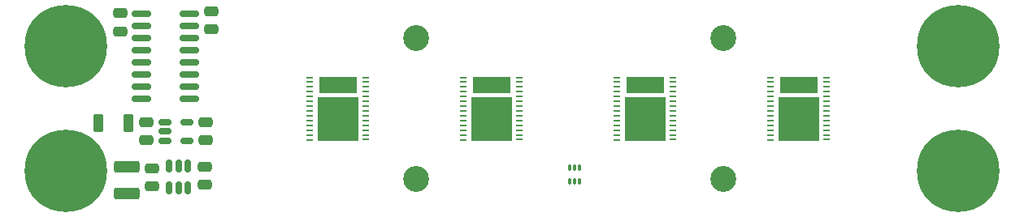
<source format=gts>
G04 #@! TF.GenerationSoftware,KiCad,Pcbnew,7.0.7-7.0.7~ubuntu22.04.1*
G04 #@! TF.CreationDate,2024-03-13T22:54:31+01:00*
G04 #@! TF.ProjectId,flexaxe,666c6578-6178-4652-9e6b-696361645f70,rev?*
G04 #@! TF.SameCoordinates,Original*
G04 #@! TF.FileFunction,Soldermask,Top*
G04 #@! TF.FilePolarity,Negative*
%FSLAX46Y46*%
G04 Gerber Fmt 4.6, Leading zero omitted, Abs format (unit mm)*
G04 Created by KiCad (PCBNEW 7.0.7-7.0.7~ubuntu22.04.1) date 2024-03-13 22:54:31*
%MOMM*%
%LPD*%
G01*
G04 APERTURE LIST*
G04 Aperture macros list*
%AMRoundRect*
0 Rectangle with rounded corners*
0 $1 Rounding radius*
0 $2 $3 $4 $5 $6 $7 $8 $9 X,Y pos of 4 corners*
0 Add a 4 corners polygon primitive as box body*
4,1,4,$2,$3,$4,$5,$6,$7,$8,$9,$2,$3,0*
0 Add four circle primitives for the rounded corners*
1,1,$1+$1,$2,$3*
1,1,$1+$1,$4,$5*
1,1,$1+$1,$6,$7*
1,1,$1+$1,$8,$9*
0 Add four rect primitives between the rounded corners*
20,1,$1+$1,$2,$3,$4,$5,0*
20,1,$1+$1,$4,$5,$6,$7,0*
20,1,$1+$1,$6,$7,$8,$9,0*
20,1,$1+$1,$8,$9,$2,$3,0*%
G04 Aperture macros list end*
%ADD10RoundRect,0.250000X-0.475000X0.250000X-0.475000X-0.250000X0.475000X-0.250000X0.475000X0.250000X0*%
%ADD11C,2.700000*%
%ADD12R,0.792000X0.221000*%
%ADD13R,3.900000X1.810000*%
%ADD14R,4.277000X4.530000*%
%ADD15RoundRect,0.150000X0.150000X-0.512500X0.150000X0.512500X-0.150000X0.512500X-0.150000X-0.512500X0*%
%ADD16RoundRect,0.150000X-0.512500X-0.150000X0.512500X-0.150000X0.512500X0.150000X-0.512500X0.150000X0*%
%ADD17C,0.900000*%
%ADD18C,8.600000*%
%ADD19RoundRect,0.150000X-0.825000X-0.150000X0.825000X-0.150000X0.825000X0.150000X-0.825000X0.150000X0*%
%ADD20RoundRect,0.050000X0.100000X-0.285000X0.100000X0.285000X-0.100000X0.285000X-0.100000X-0.285000X0*%
%ADD21RoundRect,0.250000X-1.075000X0.375000X-1.075000X-0.375000X1.075000X-0.375000X1.075000X0.375000X0*%
%ADD22RoundRect,0.250000X-0.275000X-0.700000X0.275000X-0.700000X0.275000X0.700000X-0.275000X0.700000X0*%
G04 APERTURE END LIST*
D10*
X111229000Y-88300000D03*
X111229000Y-90200000D03*
D11*
X165234000Y-89600000D03*
D12*
X122168000Y-78987000D03*
X122168000Y-79489000D03*
X122168000Y-79991000D03*
X122168000Y-80493000D03*
X122168000Y-80995000D03*
X122168000Y-81497000D03*
X122168000Y-81999000D03*
X122168000Y-82501000D03*
X122168000Y-83003000D03*
X122168000Y-83505000D03*
X122168000Y-84007000D03*
X122168000Y-84509000D03*
X122168000Y-85011000D03*
X122168000Y-85513000D03*
X128000000Y-85500000D03*
X128000000Y-85000000D03*
X128000000Y-84500000D03*
X128000000Y-84000000D03*
X128000000Y-83500000D03*
X128000000Y-83003000D03*
X128000000Y-82500000D03*
X128000000Y-81999000D03*
X128000000Y-81497000D03*
X128000000Y-80995000D03*
X128000000Y-80493000D03*
X128000000Y-80000000D03*
X128000000Y-79489000D03*
X128000000Y-79000000D03*
D13*
X125084000Y-79782000D03*
D14*
X125084000Y-83358000D03*
D15*
X107529000Y-90525000D03*
X108479000Y-90525000D03*
X109429000Y-90525000D03*
X109429000Y-88250000D03*
X108479000Y-88250000D03*
X107529000Y-88250000D03*
D16*
X107113500Y-83706000D03*
X107113500Y-84656000D03*
X107113500Y-85606000D03*
X109388500Y-85606000D03*
X109388500Y-83706000D03*
D17*
X189734000Y-91975000D03*
X187453581Y-91030419D03*
X192014419Y-91030419D03*
X186509000Y-88750000D03*
D18*
X189734000Y-88750000D03*
D17*
X192959000Y-88750000D03*
X187453581Y-86469581D03*
X192014419Y-86469581D03*
X189734000Y-85525000D03*
D11*
X133234000Y-89600000D03*
D10*
X111887000Y-72056000D03*
X111887000Y-73956000D03*
D19*
X104640400Y-72320200D03*
X104640400Y-73590200D03*
X104640400Y-74860200D03*
X104640400Y-76130200D03*
X104640400Y-77400200D03*
X104640400Y-78670200D03*
X104640400Y-79940200D03*
X104640400Y-81210200D03*
X109590400Y-81210200D03*
X109590400Y-79940200D03*
X109590400Y-78670200D03*
X109590400Y-77400200D03*
X109590400Y-76130200D03*
X109590400Y-74860200D03*
X109590400Y-73590200D03*
X109590400Y-72320200D03*
D10*
X111351000Y-83688000D03*
X111351000Y-85588000D03*
D11*
X133234000Y-74900000D03*
D17*
X96734000Y-78975000D03*
X94453581Y-78030419D03*
X99014419Y-78030419D03*
X93509000Y-75750000D03*
D18*
X96734000Y-75750000D03*
D17*
X99959000Y-75750000D03*
X94453581Y-73469581D03*
X99014419Y-73469581D03*
X96734000Y-72525000D03*
X189734000Y-78975000D03*
X187453581Y-78030419D03*
X192014419Y-78030419D03*
X186509000Y-75750000D03*
D18*
X189734000Y-75750000D03*
D17*
X192959000Y-75750000D03*
X187453581Y-73469581D03*
X192014419Y-73469581D03*
X189734000Y-72525000D03*
D10*
X105151000Y-83688000D03*
X105151000Y-85588000D03*
D12*
X138168000Y-78987000D03*
X138168000Y-79489000D03*
X138168000Y-79991000D03*
X138168000Y-80493000D03*
X138168000Y-80995000D03*
X138168000Y-81497000D03*
X138168000Y-81999000D03*
X138168000Y-82501000D03*
X138168000Y-83003000D03*
X138168000Y-83505000D03*
X138168000Y-84007000D03*
X138168000Y-84509000D03*
X138168000Y-85011000D03*
X138168000Y-85513000D03*
X144000000Y-85500000D03*
X144000000Y-85000000D03*
X144000000Y-84500000D03*
X144000000Y-84000000D03*
X144000000Y-83500000D03*
X144000000Y-83003000D03*
X144000000Y-82500000D03*
X144000000Y-81999000D03*
X144000000Y-81497000D03*
X144000000Y-80995000D03*
X144000000Y-80493000D03*
X144000000Y-80000000D03*
X144000000Y-79489000D03*
X144000000Y-79000000D03*
D13*
X141084000Y-79782000D03*
D14*
X141084000Y-83358000D03*
D20*
X149243800Y-89888400D03*
X149743800Y-89888400D03*
X150243800Y-89888400D03*
X150243800Y-88408400D03*
X149743800Y-88408400D03*
X149243800Y-88408400D03*
D21*
X103129000Y-88350000D03*
X103129000Y-91150000D03*
D12*
X170168000Y-78987000D03*
X170168000Y-79489000D03*
X170168000Y-79991000D03*
X170168000Y-80493000D03*
X170168000Y-80995000D03*
X170168000Y-81497000D03*
X170168000Y-81999000D03*
X170168000Y-82501000D03*
X170168000Y-83003000D03*
X170168000Y-83505000D03*
X170168000Y-84007000D03*
X170168000Y-84509000D03*
X170168000Y-85011000D03*
X170168000Y-85513000D03*
X176000000Y-85500000D03*
X176000000Y-85000000D03*
X176000000Y-84500000D03*
X176000000Y-84000000D03*
X176000000Y-83500000D03*
X176000000Y-83003000D03*
X176000000Y-82500000D03*
X176000000Y-81999000D03*
X176000000Y-81497000D03*
X176000000Y-80995000D03*
X176000000Y-80493000D03*
X176000000Y-80000000D03*
X176000000Y-79489000D03*
X176000000Y-79000000D03*
D13*
X173084000Y-79782000D03*
D14*
X173084000Y-83358000D03*
D12*
X154168000Y-78987000D03*
X154168000Y-79489000D03*
X154168000Y-79991000D03*
X154168000Y-80493000D03*
X154168000Y-80995000D03*
X154168000Y-81497000D03*
X154168000Y-81999000D03*
X154168000Y-82501000D03*
X154168000Y-83003000D03*
X154168000Y-83505000D03*
X154168000Y-84007000D03*
X154168000Y-84509000D03*
X154168000Y-85011000D03*
X154168000Y-85513000D03*
X160000000Y-85500000D03*
X160000000Y-85000000D03*
X160000000Y-84500000D03*
X160000000Y-84000000D03*
X160000000Y-83500000D03*
X160000000Y-83003000D03*
X160000000Y-82500000D03*
X160000000Y-81999000D03*
X160000000Y-81497000D03*
X160000000Y-80995000D03*
X160000000Y-80493000D03*
X160000000Y-80000000D03*
X160000000Y-79489000D03*
X160000000Y-79000000D03*
D13*
X157084000Y-79782000D03*
D14*
X157084000Y-83358000D03*
D10*
X102396000Y-72263000D03*
X102396000Y-74163000D03*
D22*
X100159000Y-83750000D03*
X103309000Y-83750000D03*
D11*
X165234000Y-74900000D03*
D10*
X105729000Y-88492000D03*
X105729000Y-90392000D03*
D17*
X96734000Y-91975000D03*
X94453581Y-91030419D03*
X99014419Y-91030419D03*
X93509000Y-88750000D03*
D18*
X96734000Y-88750000D03*
D17*
X99959000Y-88750000D03*
X94453581Y-86469581D03*
X99014419Y-86469581D03*
X96734000Y-85525000D03*
M02*

</source>
